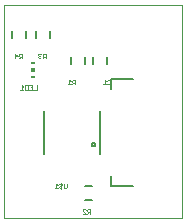
<source format=gbo>
G75*
G70*
%OFA0B0*%
%FSLAX24Y24*%
%IPPOS*%
%LPD*%
%AMOC8*
5,1,8,0,0,1.08239X$1,22.5*
%
%ADD10C,0.0000*%
%ADD11C,0.0010*%
%ADD12C,0.0050*%
%ADD13C,0.0080*%
%ADD14C,0.0060*%
%ADD15R,0.0118X0.0059*%
%ADD16R,0.0118X0.0118*%
D10*
X006148Y000333D02*
X006148Y007419D01*
X012054Y007419D01*
X012054Y000333D01*
X006148Y000333D01*
D11*
X008020Y001297D02*
X008020Y001497D01*
X007995Y001472D02*
X007970Y001447D01*
X007995Y001472D02*
X008046Y001472D01*
X008071Y001447D01*
X008071Y001422D01*
X008046Y001397D01*
X007995Y001397D01*
X007970Y001372D01*
X007970Y001347D01*
X007995Y001322D01*
X008046Y001322D01*
X008071Y001347D01*
X008118Y001347D02*
X008118Y001472D01*
X008218Y001472D02*
X008218Y001347D01*
X008193Y001322D01*
X008143Y001322D01*
X008118Y001347D01*
X007923Y001322D02*
X007823Y001322D01*
X007873Y001322D02*
X007873Y001472D01*
X007923Y001422D01*
X008755Y000591D02*
X008780Y000616D01*
X008830Y000616D01*
X008855Y000591D01*
X008902Y000591D02*
X008902Y000541D01*
X008927Y000516D01*
X009002Y000516D01*
X008952Y000516D02*
X008902Y000466D01*
X008855Y000466D02*
X008755Y000566D01*
X008755Y000591D01*
X008755Y000466D02*
X008855Y000466D01*
X008902Y000591D02*
X008927Y000616D01*
X009002Y000616D01*
X009002Y000466D01*
X007217Y004599D02*
X007116Y004599D01*
X007069Y004599D02*
X006969Y004599D01*
X006922Y004599D02*
X006847Y004599D01*
X006822Y004624D01*
X006822Y004724D01*
X006847Y004749D01*
X006922Y004749D01*
X006922Y004599D01*
X007019Y004674D02*
X007069Y004674D01*
X007069Y004749D02*
X006969Y004749D01*
X007069Y004749D02*
X007069Y004599D01*
X007217Y004599D02*
X007217Y004749D01*
X006775Y004699D02*
X006725Y004749D01*
X006725Y004599D01*
X006775Y004599D02*
X006675Y004599D01*
X008252Y004774D02*
X008353Y004774D01*
X008400Y004774D02*
X008450Y004824D01*
X008425Y004824D02*
X008500Y004824D01*
X008500Y004774D02*
X008500Y004924D01*
X008425Y004924D01*
X008400Y004899D01*
X008400Y004849D01*
X008425Y004824D01*
X008353Y004874D02*
X008303Y004924D01*
X008303Y004774D01*
X009434Y004774D02*
X009534Y004774D01*
X009484Y004774D02*
X009484Y004924D01*
X009534Y004874D01*
X009581Y004899D02*
X009606Y004924D01*
X009656Y004924D01*
X009681Y004899D01*
X009681Y004799D01*
X009656Y004774D01*
X009606Y004774D01*
X009581Y004799D01*
X007521Y005653D02*
X007521Y005803D01*
X007446Y005803D01*
X007421Y005778D01*
X007421Y005728D01*
X007446Y005703D01*
X007521Y005703D01*
X007471Y005703D02*
X007421Y005653D01*
X007374Y005678D02*
X007349Y005653D01*
X007299Y005653D01*
X007274Y005678D01*
X007274Y005703D01*
X007299Y005728D01*
X007324Y005728D01*
X007299Y005728D02*
X007274Y005753D01*
X007274Y005778D01*
X007299Y005803D01*
X007349Y005803D01*
X007374Y005778D01*
X006734Y005803D02*
X006734Y005653D01*
X006734Y005703D02*
X006659Y005703D01*
X006634Y005728D01*
X006634Y005778D01*
X006659Y005803D01*
X006734Y005803D01*
X006684Y005703D02*
X006634Y005653D01*
X006586Y005728D02*
X006486Y005728D01*
X006511Y005653D02*
X006511Y005803D01*
X006586Y005728D01*
D12*
X009691Y004939D02*
X009691Y004624D01*
X009691Y004939D02*
X010439Y004939D01*
X009691Y001711D02*
X009691Y001396D01*
X010439Y001396D01*
D13*
X009065Y002777D02*
X009067Y002792D01*
X009073Y002805D01*
X009082Y002817D01*
X009093Y002826D01*
X009107Y002832D01*
X009122Y002834D01*
X009137Y002832D01*
X009150Y002826D01*
X009162Y002817D01*
X009171Y002806D01*
X009177Y002792D01*
X009179Y002777D01*
X009177Y002762D01*
X009171Y002749D01*
X009162Y002737D01*
X009151Y002728D01*
X009137Y002722D01*
X009122Y002720D01*
X009107Y002722D01*
X009094Y002728D01*
X009082Y002737D01*
X009073Y002748D01*
X009067Y002762D01*
X009065Y002777D01*
D14*
X009342Y002457D02*
X009342Y003877D01*
X007482Y003877D02*
X007482Y002457D01*
X008825Y001396D02*
X009061Y001396D01*
X009061Y000923D02*
X008825Y000923D01*
X008825Y005451D02*
X008825Y005687D01*
X009101Y005687D02*
X009101Y005451D01*
X009573Y005451D02*
X009573Y005687D01*
X008353Y005687D02*
X008353Y005451D01*
X007683Y006317D02*
X007683Y006553D01*
X007211Y006553D02*
X007211Y006317D01*
X006857Y006317D02*
X006857Y006553D01*
X006384Y006553D02*
X006384Y006317D01*
D15*
X007113Y005490D03*
X007113Y005018D03*
D16*
X007113Y005254D03*
M02*

</source>
